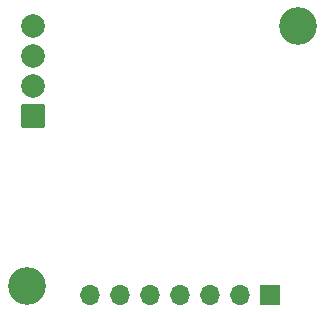
<source format=gbr>
%TF.GenerationSoftware,KiCad,Pcbnew,8.0.4*%
%TF.CreationDate,2024-10-25T14:16:06-05:00*%
%TF.ProjectId,weather-station-rtd,77656174-6865-4722-9d73-746174696f6e,rev?*%
%TF.SameCoordinates,Original*%
%TF.FileFunction,Soldermask,Bot*%
%TF.FilePolarity,Negative*%
%FSLAX46Y46*%
G04 Gerber Fmt 4.6, Leading zero omitted, Abs format (unit mm)*
G04 Created by KiCad (PCBNEW 8.0.4) date 2024-10-25 14:16:06*
%MOMM*%
%LPD*%
G01*
G04 APERTURE LIST*
G04 Aperture macros list*
%AMRoundRect*
0 Rectangle with rounded corners*
0 $1 Rounding radius*
0 $2 $3 $4 $5 $6 $7 $8 $9 X,Y pos of 4 corners*
0 Add a 4 corners polygon primitive as box body*
4,1,4,$2,$3,$4,$5,$6,$7,$8,$9,$2,$3,0*
0 Add four circle primitives for the rounded corners*
1,1,$1+$1,$2,$3*
1,1,$1+$1,$4,$5*
1,1,$1+$1,$6,$7*
1,1,$1+$1,$8,$9*
0 Add four rect primitives between the rounded corners*
20,1,$1+$1,$2,$3,$4,$5,0*
20,1,$1+$1,$4,$5,$6,$7,0*
20,1,$1+$1,$6,$7,$8,$9,0*
20,1,$1+$1,$8,$9,$2,$3,0*%
G04 Aperture macros list end*
%ADD10C,3.200000*%
%ADD11RoundRect,0.102000X0.900000X-0.900000X0.900000X0.900000X-0.900000X0.900000X-0.900000X-0.900000X0*%
%ADD12C,2.004000*%
%ADD13R,1.700000X1.700000*%
%ADD14O,1.700000X1.700000*%
G04 APERTURE END LIST*
D10*
%TO.C,H1*%
X150000000Y-112250000D03*
%TD*%
D11*
%TO.C,J2*%
X150500000Y-97870000D03*
D12*
X150500000Y-95330000D03*
X150500000Y-92790000D03*
X150500000Y-90250000D03*
%TD*%
D10*
%TO.C,H2*%
X173000000Y-90250000D03*
%TD*%
D13*
%TO.C,J1*%
X170580000Y-113000000D03*
D14*
X168040000Y-113000000D03*
X165500000Y-113000000D03*
X162960000Y-113000000D03*
X160420000Y-113000000D03*
X157880000Y-113000000D03*
X155340000Y-113000000D03*
%TD*%
M02*

</source>
